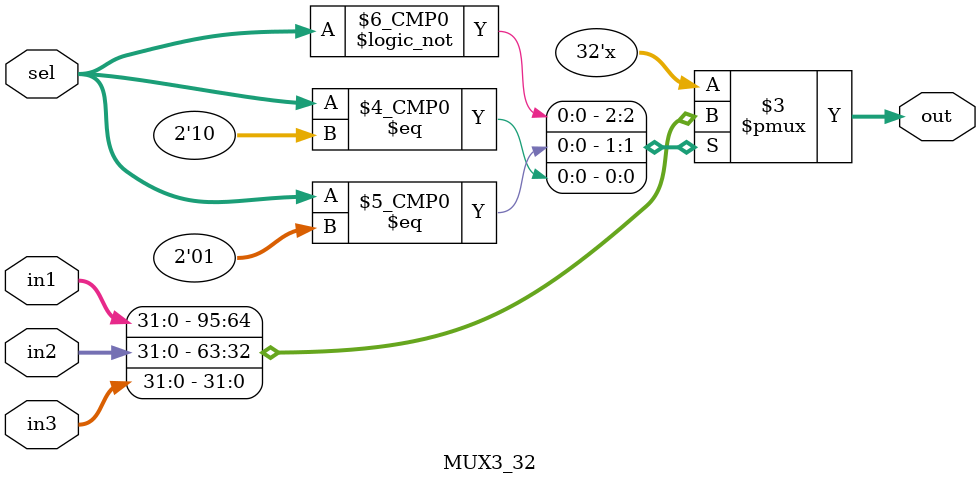
<source format=v>
`timescale 1ns/1ns

module MUX2_32(
    input [31:0] in1, in2, 
    input sel,
    output [31:0] out
);
    
    assign out = sel ? in1 : in2;
    
endmodule

module MUX3_32(
    input [31:0] in1, in2, in3,
    input [1:0] sel, 
    output reg [31:0] out
);

    parameter [1:0] A = 2'b00;
    parameter [1:0] B = 2'b01;
    parameter [1:0] C = 2'b10;

    always @(*) begin
        case (sel)
            A : out = in1;
            B : out = in2;
            C : out = in3;
        endcase
    end

endmodule
</source>
